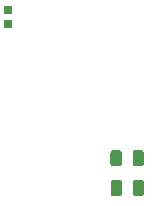
<source format=gbr>
%TF.GenerationSoftware,KiCad,Pcbnew,5.1.6-c6e7f7d~86~ubuntu18.04.1*%
%TF.CreationDate,2020-07-11T09:23:51+02:00*%
%TF.ProjectId,chickenDoor,63686963-6b65-46e4-946f-6f722e6b6963,rev?*%
%TF.SameCoordinates,Original*%
%TF.FileFunction,Paste,Top*%
%TF.FilePolarity,Positive*%
%FSLAX46Y46*%
G04 Gerber Fmt 4.6, Leading zero omitted, Abs format (unit mm)*
G04 Created by KiCad (PCBNEW 5.1.6-c6e7f7d~86~ubuntu18.04.1) date 2020-07-11 09:23:51*
%MOMM*%
%LPD*%
G01*
G04 APERTURE LIST*
%ADD10R,0.800000X0.800000*%
G04 APERTURE END LIST*
D10*
%TO.C,JP1*%
X112030000Y-57430000D03*
X112030000Y-58630000D03*
%TD*%
%TO.C,R1*%
G36*
G01*
X122542500Y-70456250D02*
X122542500Y-69543750D01*
G75*
G02*
X122786250Y-69300000I243750J0D01*
G01*
X123273750Y-69300000D01*
G75*
G02*
X123517500Y-69543750I0J-243750D01*
G01*
X123517500Y-70456250D01*
G75*
G02*
X123273750Y-70700000I-243750J0D01*
G01*
X122786250Y-70700000D01*
G75*
G02*
X122542500Y-70456250I0J243750D01*
G01*
G37*
G36*
G01*
X120667500Y-70456250D02*
X120667500Y-69543750D01*
G75*
G02*
X120911250Y-69300000I243750J0D01*
G01*
X121398750Y-69300000D01*
G75*
G02*
X121642500Y-69543750I0J-243750D01*
G01*
X121642500Y-70456250D01*
G75*
G02*
X121398750Y-70700000I-243750J0D01*
G01*
X120911250Y-70700000D01*
G75*
G02*
X120667500Y-70456250I0J243750D01*
G01*
G37*
%TD*%
%TO.C,R2*%
G36*
G01*
X122557500Y-72986250D02*
X122557500Y-72073750D01*
G75*
G02*
X122801250Y-71830000I243750J0D01*
G01*
X123288750Y-71830000D01*
G75*
G02*
X123532500Y-72073750I0J-243750D01*
G01*
X123532500Y-72986250D01*
G75*
G02*
X123288750Y-73230000I-243750J0D01*
G01*
X122801250Y-73230000D01*
G75*
G02*
X122557500Y-72986250I0J243750D01*
G01*
G37*
G36*
G01*
X120682500Y-72986250D02*
X120682500Y-72073750D01*
G75*
G02*
X120926250Y-71830000I243750J0D01*
G01*
X121413750Y-71830000D01*
G75*
G02*
X121657500Y-72073750I0J-243750D01*
G01*
X121657500Y-72986250D01*
G75*
G02*
X121413750Y-73230000I-243750J0D01*
G01*
X120926250Y-73230000D01*
G75*
G02*
X120682500Y-72986250I0J243750D01*
G01*
G37*
%TD*%
M02*

</source>
